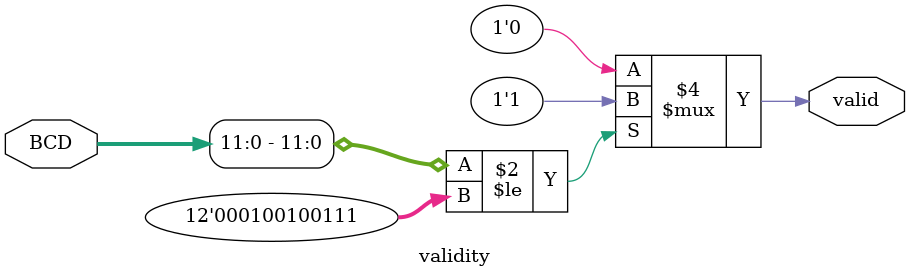
<source format=v>
module validity 
(	
	input [15:0]BCD,
	output reg valid
);
	
	always @ (BCD) begin
	
	if(BCD[11:0] <= 12'b000100100111)
		valid = 1;
	else
		valid = 0;
	
	end
endmodule
</source>
